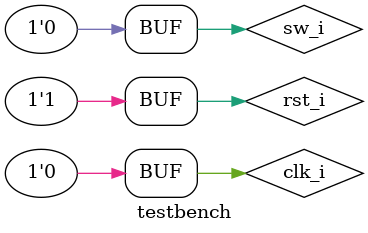
<source format=v>
`timescale 1ns / 1ps

module testbench();                // <- Íå èìååò íè âõîäîâ, íè âûõîäîâ!
  reg clk_i, rst_i, sw_i;
  wire out_o;

  CYBERcobra DUT(                  // <- Ïîäêëþ÷àåì ïðîâåðÿåìûé ìîäóëü
    .clk_i (clk_i),
    .rst_i (rst_i),
    .sw_i (sw_i),
    .out_o (out_o)
);

  initial begin
    clk_i = 0;
    rst_i = 1'b1;
    sw_i = 15'b1000010000000000;
    #32;
  end
endmodule
</source>
